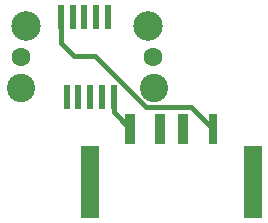
<source format=gtl>
%FSLAX25Y25*%
%MOIN*%
G70*
G01*
G75*
G04 Layer_Physical_Order=1*
G04 Layer_Color=255*
%ADD10R,0.01969X0.07874*%
%ADD11R,0.03143X0.10268*%
%ADD12R,0.03543X0.10268*%
%ADD13R,0.06000X0.24016*%
%ADD14C,0.01600*%
%ADD15C,0.06299*%
%ADD16C,0.09449*%
%ADD17C,0.09843*%
D10*
X222642Y367886D02*
D03*
X226579D02*
D03*
X230516D02*
D03*
X234453D02*
D03*
X238390Y367886D02*
D03*
X224610Y341114D02*
D03*
X228547D02*
D03*
X232484D02*
D03*
X236421D02*
D03*
X240358D02*
D03*
D11*
X273394Y330634D02*
D03*
D12*
X263551D02*
D03*
X245835D02*
D03*
X255677D02*
D03*
D13*
X232500Y312992D02*
D03*
X286728Y312992D02*
D03*
D14*
X240358Y336110D02*
X245835Y330634D01*
X240358Y336110D02*
Y341114D01*
X266088Y337939D02*
X273394Y330634D01*
X251124Y337939D02*
X266088D01*
X234064Y355000D02*
X251124Y337939D01*
X227000Y355000D02*
X234064D01*
X222642Y359358D02*
X227000Y355000D01*
X222642Y359358D02*
Y367886D01*
D15*
X209453Y354500D02*
D03*
X253547D02*
D03*
D16*
X253744Y344264D02*
D03*
X209256D02*
D03*
D17*
X251776Y364736D02*
D03*
X211224D02*
D03*
M02*

</source>
